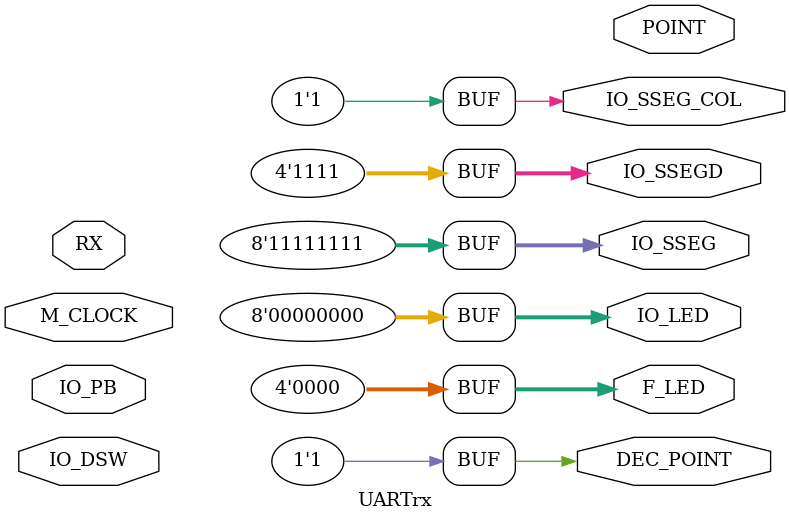
<source format=v>
`timescale 1ns / 1ps
module UARTrx #(parameter CLKS_PER_BIT = 217)
					(input  M_CLOCK,
					input RX,
					input  [3:0] IO_PB,       // IO Board Pushbutton Switches 
				   input  [7:0] IO_DSW,      // IO Board Dip Switchs
					output [3:0] F_LED,       // FPGA LEDs
				   output [7:0] IO_LED,  // IO Board LEDs
					output [3:0] IO_SSEGD,    // IO Board Seven Segment Digits					
					output [7:0] IO_SSEG,     //7=dp, 6=g, 5=f,4=e, 3=d,2=c,1=b, 0=a
					output IO_SSEG_COL,       // Seven segment column
					output DEC_POINT,
					output reg POINT);        

	//====================================
	//Variable declaration

	assign IO_SSEG_COL = 1; // deactivate the column displays
	assign DEC_POINT = 1;   // deactivate the the decimal point of the seven segment
	assign IO_SSEG = 8'b11111111; // deactivate the seven segment display
	assign IO_LED = 8'b00000000; // deactivate the IO board leds
	assign IO_SSEGD = 4'b1111; // deactivate the decimal points
	assign F_LED = 4'b0000; // deactivate the fpga board leds
 
	reg [2:0] state; // state to change --> 0,1,2,3,4
  
  
  reg [7:0]     r_Clock_Count = 0;
  reg [2:0]     counter   = 0; //8 bits total
  reg [7:0]     LED_bits     = 0;

  
  
  // Purpose: Control RX state machine
  always @(posedge M_CLOCK)
  begin
      
    case (state)
      0 :
        begin
          r_Clock_Count <= 0;
          counter   <= 0;
          
          if (RX == 1'b0) // Start bit detected
            state <= 1;
          else
            state <= 0;
        end
      
      // Check middle of start bit to make sure it's still low
      1 :
        begin
          if (r_Clock_Count == (CLKS_PER_BIT-1)/2)
          begin
            if (RX == 1'b0)
            begin
              r_Clock_Count <= 0;  // reset counter, found the middle
              state     <= 2;
            end
            else
              state <= 0;
          end
          else
          begin
            r_Clock_Count <= r_Clock_Count + 1;
            state     <= 1;
          end
        end // case: RX_START_BIT
      
      
      // Wait CLKS_PER_BIT-1 clock cycles to sample serial data
      2 :
        begin
          if (r_Clock_Count < CLKS_PER_BIT-1)
          begin
            r_Clock_Count <= r_Clock_Count + 1;
            state <= 2;
          end
          else
          begin
            r_Clock_Count          <= 0;
            LED_bits[counter] <= RX;
            
            // Check if we have received all bits
            if (counter < 7)
            begin
              counter <= counter + 1;
              state   <= 2;
            end
            else
            begin
              counter <= 0;
              state   <= 3;
            end
          end
        end // case: RX_DATA_BITS
      
      
      // Receive Stop bit.  Stop bit = 1
      3 :
        begin
          // Wait CLKS_PER_BIT-1 clock cycles for Stop bit to finish
          if (r_Clock_Count < CLKS_PER_BIT-1)
          begin
            r_Clock_Count <= r_Clock_Count + 1;
     	      state     <= 3;
          end
          else
          begin
            r_Clock_Count <= 0;
            state     <= 0;
          end
        end // case: RX_STOP_BIT
      
      default :
        state <= 0;
      
    endcase
  end    
  
  always @(posedge M_CLOCK) begin
		IO_LED <= LED_bits;
  end
  
  
endmodule


</source>
